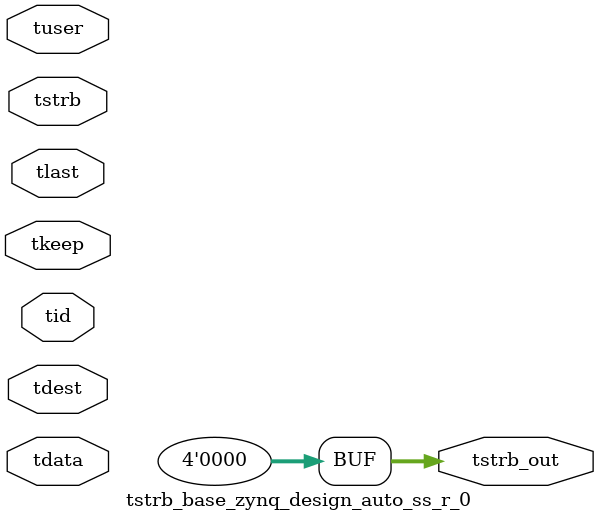
<source format=v>


`timescale 1ps/1ps

module tstrb_base_zynq_design_auto_ss_r_0 #
(
parameter C_S_AXIS_TDATA_WIDTH = 32,
parameter C_S_AXIS_TUSER_WIDTH = 0,
parameter C_S_AXIS_TID_WIDTH   = 0,
parameter C_S_AXIS_TDEST_WIDTH = 0,
parameter C_M_AXIS_TDATA_WIDTH = 32
)
(
input  [(C_S_AXIS_TDATA_WIDTH == 0 ? 1 : C_S_AXIS_TDATA_WIDTH)-1:0     ] tdata,
input  [(C_S_AXIS_TUSER_WIDTH == 0 ? 1 : C_S_AXIS_TUSER_WIDTH)-1:0     ] tuser,
input  [(C_S_AXIS_TID_WIDTH   == 0 ? 1 : C_S_AXIS_TID_WIDTH)-1:0       ] tid,
input  [(C_S_AXIS_TDEST_WIDTH == 0 ? 1 : C_S_AXIS_TDEST_WIDTH)-1:0     ] tdest,
input  [(C_S_AXIS_TDATA_WIDTH/8)-1:0 ] tkeep,
input  [(C_S_AXIS_TDATA_WIDTH/8)-1:0 ] tstrb,
input                                                                    tlast,
output [(C_M_AXIS_TDATA_WIDTH/8)-1:0 ] tstrb_out
);

assign tstrb_out = {1'b0};

endmodule


</source>
